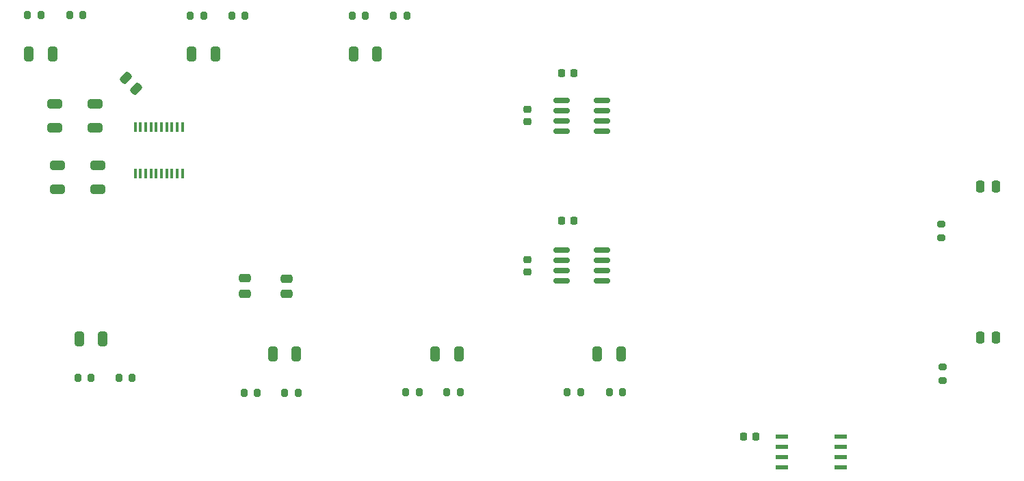
<source format=gbp>
G04 #@! TF.GenerationSoftware,KiCad,Pcbnew,7.0.8*
G04 #@! TF.CreationDate,2024-12-11T20:09:02-06:00*
G04 #@! TF.ProjectId,LEC,4c45432e-6b69-4636-9164-5f7063625858,rev?*
G04 #@! TF.SameCoordinates,Original*
G04 #@! TF.FileFunction,Paste,Bot*
G04 #@! TF.FilePolarity,Positive*
%FSLAX46Y46*%
G04 Gerber Fmt 4.6, Leading zero omitted, Abs format (unit mm)*
G04 Created by KiCad (PCBNEW 7.0.8) date 2024-12-11 20:09:02*
%MOMM*%
%LPD*%
G01*
G04 APERTURE LIST*
G04 Aperture macros list*
%AMRoundRect*
0 Rectangle with rounded corners*
0 $1 Rounding radius*
0 $2 $3 $4 $5 $6 $7 $8 $9 X,Y pos of 4 corners*
0 Add a 4 corners polygon primitive as box body*
4,1,4,$2,$3,$4,$5,$6,$7,$8,$9,$2,$3,0*
0 Add four circle primitives for the rounded corners*
1,1,$1+$1,$2,$3*
1,1,$1+$1,$4,$5*
1,1,$1+$1,$6,$7*
1,1,$1+$1,$8,$9*
0 Add four rect primitives between the rounded corners*
20,1,$1+$1,$2,$3,$4,$5,0*
20,1,$1+$1,$4,$5,$6,$7,0*
20,1,$1+$1,$6,$7,$8,$9,0*
20,1,$1+$1,$8,$9,$2,$3,0*%
G04 Aperture macros list end*
%ADD10RoundRect,0.250000X-0.650000X0.325000X-0.650000X-0.325000X0.650000X-0.325000X0.650000X0.325000X0*%
%ADD11RoundRect,0.250000X0.325000X0.650000X-0.325000X0.650000X-0.325000X-0.650000X0.325000X-0.650000X0*%
%ADD12RoundRect,0.200000X0.200000X0.275000X-0.200000X0.275000X-0.200000X-0.275000X0.200000X-0.275000X0*%
%ADD13RoundRect,0.200000X-0.200000X-0.275000X0.200000X-0.275000X0.200000X0.275000X-0.200000X0.275000X0*%
%ADD14RoundRect,0.225000X-0.250000X0.225000X-0.250000X-0.225000X0.250000X-0.225000X0.250000X0.225000X0*%
%ADD15RoundRect,0.250000X0.475000X-0.250000X0.475000X0.250000X-0.475000X0.250000X-0.475000X-0.250000X0*%
%ADD16RoundRect,0.150000X-0.825000X-0.150000X0.825000X-0.150000X0.825000X0.150000X-0.825000X0.150000X0*%
%ADD17RoundRect,0.250000X-0.250000X-0.475000X0.250000X-0.475000X0.250000X0.475000X-0.250000X0.475000X0*%
%ADD18R,1.524000X0.533400*%
%ADD19RoundRect,0.250000X-0.325000X-0.650000X0.325000X-0.650000X0.325000X0.650000X-0.325000X0.650000X0*%
%ADD20R,0.355600X1.308100*%
%ADD21RoundRect,0.225000X-0.225000X-0.250000X0.225000X-0.250000X0.225000X0.250000X-0.225000X0.250000X0*%
%ADD22RoundRect,0.250000X0.650000X-0.325000X0.650000X0.325000X-0.650000X0.325000X-0.650000X-0.325000X0*%
%ADD23RoundRect,0.250000X-0.512652X-0.159099X-0.159099X-0.512652X0.512652X0.159099X0.159099X0.512652X0*%
%ADD24RoundRect,0.200000X-0.275000X0.200000X-0.275000X-0.200000X0.275000X-0.200000X0.275000X0.200000X0*%
G04 APERTURE END LIST*
D10*
X78200000Y-83550000D03*
X78200000Y-86500000D03*
D11*
X83850000Y-105100000D03*
X80900000Y-105100000D03*
D12*
X96325000Y-65000000D03*
X94675000Y-65000000D03*
D13*
X80730000Y-109900000D03*
X82380000Y-109900000D03*
D14*
X136400000Y-76625000D03*
X136400000Y-78175000D03*
D15*
X101400000Y-99450000D03*
X101400000Y-97550000D03*
D12*
X121475000Y-65000000D03*
X119825000Y-65000000D03*
D14*
X136400000Y-95250000D03*
X136400000Y-96800000D03*
D12*
X81370000Y-64950000D03*
X79720000Y-64950000D03*
D16*
X140650000Y-79300000D03*
X140650000Y-78030000D03*
X140650000Y-76760000D03*
X140650000Y-75490000D03*
X145600000Y-75490000D03*
X145600000Y-76760000D03*
X145600000Y-78030000D03*
X145600000Y-79300000D03*
D17*
X192450000Y-104900000D03*
X194350000Y-104900000D03*
D18*
X175200000Y-117190000D03*
X175200000Y-118460000D03*
X175200000Y-119730000D03*
X175200000Y-121000000D03*
X167910200Y-121000000D03*
X167910200Y-119730000D03*
X167910200Y-118460000D03*
X167910200Y-117190000D03*
D10*
X83200000Y-83550000D03*
X83200000Y-86500000D03*
D19*
X104860000Y-106900000D03*
X107810000Y-106900000D03*
D20*
X87849999Y-78796100D03*
X88500000Y-78796100D03*
X89149998Y-78796100D03*
X89800000Y-78796100D03*
X90449998Y-78796100D03*
X91099997Y-78796100D03*
X91749998Y-78796100D03*
X92399997Y-78796100D03*
X93049998Y-78796100D03*
X93699997Y-78796100D03*
X93699999Y-84600000D03*
X93050001Y-84600000D03*
X92400000Y-84600000D03*
X91750001Y-84600000D03*
X91100000Y-84600000D03*
X90450001Y-84600000D03*
X89800000Y-84600000D03*
X89150001Y-84600000D03*
X88500000Y-84600000D03*
X87850001Y-84600000D03*
D13*
X141310000Y-111700000D03*
X142960000Y-111700000D03*
D16*
X140650000Y-97900000D03*
X140650000Y-96630000D03*
X140650000Y-95360000D03*
X140650000Y-94090000D03*
X145600000Y-94090000D03*
X145600000Y-95360000D03*
X145600000Y-96630000D03*
X145600000Y-97900000D03*
D13*
X85830000Y-109900000D03*
X87480000Y-109900000D03*
D21*
X163155100Y-117195000D03*
X164705100Y-117195000D03*
D12*
X101450000Y-65000000D03*
X99800000Y-65000000D03*
D13*
X121335000Y-111700000D03*
X122985000Y-111700000D03*
X146535000Y-111700000D03*
X148185000Y-111700000D03*
D19*
X145065000Y-106900000D03*
X148015000Y-106900000D03*
D13*
X106335000Y-111800000D03*
X107985000Y-111800000D03*
D11*
X77655000Y-69750000D03*
X74705000Y-69750000D03*
D19*
X124985000Y-106900000D03*
X127935000Y-106900000D03*
D17*
X192450000Y-86200000D03*
X194350000Y-86200000D03*
D11*
X117795000Y-69800000D03*
X114845000Y-69800000D03*
D13*
X126435000Y-111700000D03*
X128085000Y-111700000D03*
D15*
X106600000Y-99500000D03*
X106600000Y-97600000D03*
D13*
X101335000Y-111800000D03*
X102985000Y-111800000D03*
D21*
X140600000Y-72100000D03*
X142150000Y-72100000D03*
D12*
X76185000Y-64950000D03*
X74535000Y-64950000D03*
D22*
X77900000Y-78875000D03*
X77900000Y-75925000D03*
X82900000Y-78875000D03*
X82900000Y-75925000D03*
D11*
X97795000Y-69800000D03*
X94845000Y-69800000D03*
D23*
X86656498Y-72756498D03*
X88000000Y-74100000D03*
D21*
X140625000Y-90400000D03*
X142175000Y-90400000D03*
D24*
X187800000Y-108575000D03*
X187800000Y-110225000D03*
X187600000Y-90875000D03*
X187600000Y-92525000D03*
D12*
X116325000Y-65000000D03*
X114675000Y-65000000D03*
M02*

</source>
